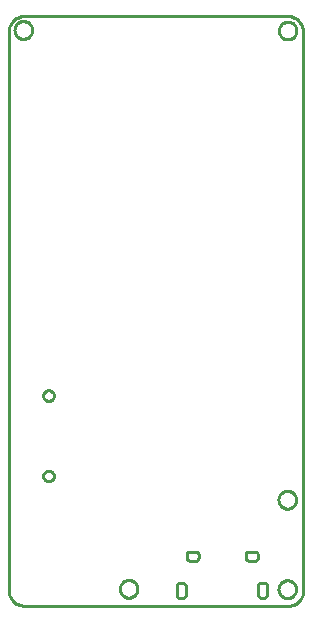
<source format=gbr>
G04 EAGLE Gerber RS-274X export*
G75*
%MOMM*%
%FSLAX34Y34*%
%LPD*%
%IN*%
%IPPOS*%
%AMOC8*
5,1,8,0,0,1.08239X$1,22.5*%
G01*
%ADD10C,0.254000*%


D10*
X66040Y-278130D02*
X66088Y-279237D01*
X66233Y-280335D01*
X66473Y-281417D01*
X66806Y-282474D01*
X67230Y-283497D01*
X67741Y-284480D01*
X68337Y-285414D01*
X69011Y-286293D01*
X69760Y-287110D01*
X70577Y-287859D01*
X71456Y-288533D01*
X72390Y-289129D01*
X73373Y-289640D01*
X74396Y-290064D01*
X75453Y-290397D01*
X76535Y-290637D01*
X77633Y-290782D01*
X78740Y-290830D01*
X302260Y-290830D01*
X303314Y-290839D01*
X304365Y-290757D01*
X305404Y-290583D01*
X306425Y-290320D01*
X307418Y-289968D01*
X308378Y-289531D01*
X309295Y-289012D01*
X310164Y-288416D01*
X310977Y-287745D01*
X311729Y-287007D01*
X312414Y-286205D01*
X313026Y-285347D01*
X313561Y-284439D01*
X314015Y-283488D01*
X314385Y-282501D01*
X314666Y-281485D01*
X314859Y-280449D01*
X314960Y-279400D01*
X314960Y195580D01*
X314912Y196687D01*
X314767Y197785D01*
X314527Y198867D01*
X314194Y199924D01*
X313770Y200947D01*
X313259Y201930D01*
X312663Y202864D01*
X311989Y203743D01*
X311240Y204560D01*
X310423Y205309D01*
X309544Y205983D01*
X308610Y206579D01*
X307627Y207090D01*
X306604Y207514D01*
X305547Y207847D01*
X304465Y208087D01*
X303367Y208232D01*
X302260Y208280D01*
X78740Y208280D01*
X77633Y208232D01*
X76535Y208087D01*
X75453Y207847D01*
X74396Y207514D01*
X73373Y207090D01*
X72390Y206579D01*
X71456Y205983D01*
X70577Y205309D01*
X69760Y204560D01*
X69011Y203743D01*
X68337Y202864D01*
X67741Y201930D01*
X67230Y200947D01*
X66806Y199924D01*
X66473Y198867D01*
X66233Y197785D01*
X66088Y196687D01*
X66040Y195580D01*
X66040Y-278130D01*
X277114Y-281432D02*
X277125Y-281676D01*
X277156Y-281917D01*
X277209Y-282155D01*
X277283Y-282388D01*
X277376Y-282613D01*
X277488Y-282829D01*
X277619Y-283035D01*
X277768Y-283228D01*
X277932Y-283408D01*
X278112Y-283572D01*
X278305Y-283721D01*
X278511Y-283852D01*
X278727Y-283964D01*
X278952Y-284058D01*
X279185Y-284131D01*
X279423Y-284184D01*
X279665Y-284215D01*
X279908Y-284226D01*
X281686Y-284226D01*
X281930Y-284215D01*
X282171Y-284184D01*
X282409Y-284131D01*
X282642Y-284058D01*
X282867Y-283964D01*
X283083Y-283852D01*
X283289Y-283721D01*
X283482Y-283572D01*
X283662Y-283408D01*
X283826Y-283228D01*
X283975Y-283035D01*
X284106Y-282829D01*
X284218Y-282613D01*
X284312Y-282388D01*
X284385Y-282155D01*
X284438Y-281917D01*
X284469Y-281676D01*
X284480Y-281432D01*
X284480Y-274066D01*
X284469Y-273823D01*
X284438Y-273581D01*
X284385Y-273343D01*
X284312Y-273110D01*
X284218Y-272885D01*
X284106Y-272669D01*
X283975Y-272463D01*
X283826Y-272270D01*
X283662Y-272090D01*
X283482Y-271926D01*
X283289Y-271777D01*
X283083Y-271646D01*
X282867Y-271534D01*
X282642Y-271441D01*
X282409Y-271367D01*
X282171Y-271314D01*
X281930Y-271283D01*
X281686Y-271272D01*
X279400Y-271272D01*
X279201Y-271281D01*
X279003Y-271307D01*
X278808Y-271350D01*
X278618Y-271410D01*
X278434Y-271486D01*
X278257Y-271578D01*
X278089Y-271685D01*
X277931Y-271807D01*
X277784Y-271942D01*
X277649Y-272089D01*
X277527Y-272247D01*
X277420Y-272415D01*
X277328Y-272592D01*
X277252Y-272776D01*
X277192Y-272966D01*
X277149Y-273161D01*
X277123Y-273359D01*
X277114Y-273558D01*
X277114Y-281432D01*
X266446Y-250190D02*
X266456Y-250411D01*
X266485Y-250631D01*
X266533Y-250847D01*
X266599Y-251059D01*
X266684Y-251263D01*
X266786Y-251460D01*
X266905Y-251647D01*
X267040Y-251823D01*
X267190Y-251986D01*
X267353Y-252136D01*
X267529Y-252271D01*
X267716Y-252390D01*
X267913Y-252492D01*
X268117Y-252577D01*
X268329Y-252643D01*
X268545Y-252691D01*
X268765Y-252720D01*
X268986Y-252730D01*
X274320Y-252730D01*
X274519Y-252721D01*
X274717Y-252695D01*
X274912Y-252652D01*
X275102Y-252592D01*
X275286Y-252516D01*
X275463Y-252424D01*
X275631Y-252317D01*
X275789Y-252195D01*
X275936Y-252060D01*
X276071Y-251913D01*
X276193Y-251755D01*
X276300Y-251587D01*
X276392Y-251410D01*
X276468Y-251226D01*
X276528Y-251036D01*
X276571Y-250841D01*
X276597Y-250643D01*
X276606Y-250444D01*
X276606Y-247396D01*
X276597Y-247197D01*
X276571Y-246999D01*
X276528Y-246804D01*
X276468Y-246614D01*
X276392Y-246430D01*
X276300Y-246253D01*
X276193Y-246085D01*
X276071Y-245927D01*
X275936Y-245780D01*
X275789Y-245645D01*
X275631Y-245523D01*
X275463Y-245416D01*
X275286Y-245324D01*
X275102Y-245248D01*
X274912Y-245188D01*
X274717Y-245145D01*
X274519Y-245119D01*
X274320Y-245110D01*
X268732Y-245110D01*
X268533Y-245119D01*
X268335Y-245145D01*
X268140Y-245188D01*
X267950Y-245248D01*
X267766Y-245324D01*
X267589Y-245416D01*
X267421Y-245523D01*
X267263Y-245645D01*
X267116Y-245780D01*
X266981Y-245927D01*
X266859Y-246085D01*
X266752Y-246253D01*
X266660Y-246430D01*
X266584Y-246614D01*
X266524Y-246804D01*
X266481Y-246999D01*
X266455Y-247197D01*
X266446Y-247396D01*
X266446Y-250190D01*
X216408Y-250190D02*
X216418Y-250411D01*
X216447Y-250631D01*
X216495Y-250847D01*
X216561Y-251059D01*
X216646Y-251263D01*
X216748Y-251460D01*
X216867Y-251647D01*
X217002Y-251823D01*
X217152Y-251986D01*
X217315Y-252136D01*
X217491Y-252271D01*
X217678Y-252390D01*
X217875Y-252492D01*
X218079Y-252577D01*
X218291Y-252643D01*
X218507Y-252691D01*
X218727Y-252720D01*
X218948Y-252730D01*
X224282Y-252730D01*
X224481Y-252721D01*
X224679Y-252695D01*
X224874Y-252652D01*
X225064Y-252592D01*
X225248Y-252516D01*
X225425Y-252424D01*
X225593Y-252317D01*
X225751Y-252195D01*
X225898Y-252060D01*
X226033Y-251913D01*
X226155Y-251755D01*
X226262Y-251587D01*
X226354Y-251410D01*
X226430Y-251226D01*
X226490Y-251036D01*
X226533Y-250841D01*
X226559Y-250643D01*
X226568Y-250444D01*
X226568Y-247396D01*
X226559Y-247197D01*
X226533Y-246999D01*
X226490Y-246804D01*
X226430Y-246614D01*
X226354Y-246430D01*
X226262Y-246253D01*
X226155Y-246085D01*
X226033Y-245927D01*
X225898Y-245780D01*
X225751Y-245645D01*
X225593Y-245523D01*
X225425Y-245416D01*
X225248Y-245324D01*
X225064Y-245248D01*
X224874Y-245188D01*
X224679Y-245145D01*
X224481Y-245119D01*
X224282Y-245110D01*
X218694Y-245110D01*
X218495Y-245119D01*
X218297Y-245145D01*
X218102Y-245188D01*
X217912Y-245248D01*
X217728Y-245324D01*
X217551Y-245416D01*
X217383Y-245523D01*
X217225Y-245645D01*
X217078Y-245780D01*
X216943Y-245927D01*
X216821Y-246085D01*
X216714Y-246253D01*
X216622Y-246430D01*
X216546Y-246614D01*
X216486Y-246804D01*
X216443Y-246999D01*
X216417Y-247197D01*
X216408Y-247396D01*
X216408Y-250190D01*
X208280Y-281686D02*
X208291Y-281930D01*
X208322Y-282171D01*
X208375Y-282409D01*
X208449Y-282642D01*
X208542Y-282867D01*
X208654Y-283083D01*
X208785Y-283289D01*
X208934Y-283482D01*
X209098Y-283662D01*
X209278Y-283826D01*
X209471Y-283975D01*
X209677Y-284106D01*
X209893Y-284218D01*
X210118Y-284312D01*
X210351Y-284385D01*
X210589Y-284438D01*
X210831Y-284469D01*
X211074Y-284480D01*
X212852Y-284480D01*
X213096Y-284469D01*
X213337Y-284438D01*
X213575Y-284385D01*
X213808Y-284312D01*
X214033Y-284218D01*
X214249Y-284106D01*
X214455Y-283975D01*
X214648Y-283826D01*
X214828Y-283662D01*
X214992Y-283482D01*
X215141Y-283289D01*
X215272Y-283083D01*
X215384Y-282867D01*
X215478Y-282642D01*
X215551Y-282409D01*
X215604Y-282171D01*
X215635Y-281930D01*
X215646Y-281686D01*
X215646Y-274320D01*
X215635Y-274077D01*
X215604Y-273835D01*
X215551Y-273597D01*
X215478Y-273364D01*
X215384Y-273139D01*
X215272Y-272923D01*
X215141Y-272717D01*
X214992Y-272524D01*
X214828Y-272344D01*
X214648Y-272180D01*
X214455Y-272031D01*
X214249Y-271900D01*
X214033Y-271788D01*
X213808Y-271695D01*
X213575Y-271621D01*
X213337Y-271568D01*
X213096Y-271537D01*
X212852Y-271526D01*
X210566Y-271526D01*
X210367Y-271535D01*
X210169Y-271561D01*
X209974Y-271604D01*
X209784Y-271664D01*
X209600Y-271740D01*
X209423Y-271832D01*
X209255Y-271939D01*
X209097Y-272061D01*
X208950Y-272196D01*
X208815Y-272343D01*
X208693Y-272501D01*
X208586Y-272669D01*
X208494Y-272846D01*
X208418Y-273030D01*
X208358Y-273220D01*
X208315Y-273415D01*
X208289Y-273613D01*
X208280Y-273812D01*
X208280Y-281686D01*
X309506Y195720D02*
X309434Y194986D01*
X309290Y194263D01*
X309076Y193558D01*
X308794Y192877D01*
X308447Y192228D01*
X308037Y191615D01*
X307570Y191045D01*
X307049Y190524D01*
X306479Y190057D01*
X305866Y189647D01*
X305217Y189300D01*
X304536Y189018D01*
X303831Y188804D01*
X303108Y188660D01*
X302374Y188588D01*
X301638Y188588D01*
X300904Y188660D01*
X300181Y188804D01*
X299476Y189018D01*
X298795Y189300D01*
X298146Y189647D01*
X297533Y190057D01*
X296963Y190524D01*
X296442Y191045D01*
X295975Y191615D01*
X295565Y192228D01*
X295218Y192877D01*
X294936Y193558D01*
X294722Y194263D01*
X294578Y194986D01*
X294506Y195720D01*
X294506Y196456D01*
X294578Y197190D01*
X294722Y197913D01*
X294936Y198618D01*
X295218Y199299D01*
X295565Y199948D01*
X295975Y200561D01*
X296442Y201131D01*
X296963Y201652D01*
X297533Y202119D01*
X298146Y202529D01*
X298795Y202876D01*
X299476Y203158D01*
X300181Y203372D01*
X300904Y203516D01*
X301638Y203588D01*
X302374Y203588D01*
X303108Y203516D01*
X303831Y203372D01*
X304536Y203158D01*
X305217Y202876D01*
X305866Y202529D01*
X306479Y202119D01*
X307049Y201652D01*
X307570Y201131D01*
X308037Y200561D01*
X308447Y199948D01*
X308794Y199299D01*
X309076Y198618D01*
X309290Y197913D01*
X309434Y197190D01*
X309506Y196456D01*
X309506Y195720D01*
X85732Y196228D02*
X85660Y195494D01*
X85516Y194771D01*
X85302Y194066D01*
X85020Y193385D01*
X84673Y192736D01*
X84263Y192123D01*
X83796Y191553D01*
X83275Y191032D01*
X82705Y190565D01*
X82092Y190155D01*
X81443Y189808D01*
X80762Y189526D01*
X80057Y189312D01*
X79334Y189168D01*
X78600Y189096D01*
X77864Y189096D01*
X77130Y189168D01*
X76407Y189312D01*
X75702Y189526D01*
X75021Y189808D01*
X74372Y190155D01*
X73759Y190565D01*
X73189Y191032D01*
X72668Y191553D01*
X72201Y192123D01*
X71791Y192736D01*
X71444Y193385D01*
X71162Y194066D01*
X70948Y194771D01*
X70804Y195494D01*
X70732Y196228D01*
X70732Y196964D01*
X70804Y197698D01*
X70948Y198421D01*
X71162Y199126D01*
X71444Y199807D01*
X71791Y200456D01*
X72201Y201069D01*
X72668Y201639D01*
X73189Y202160D01*
X73759Y202627D01*
X74372Y203037D01*
X75021Y203384D01*
X75702Y203666D01*
X76407Y203880D01*
X77130Y204024D01*
X77864Y204096D01*
X78600Y204096D01*
X79334Y204024D01*
X80057Y203880D01*
X80762Y203666D01*
X81443Y203384D01*
X82092Y203037D01*
X82705Y202627D01*
X83275Y202160D01*
X83796Y201639D01*
X84263Y201069D01*
X84673Y200456D01*
X85020Y199807D01*
X85302Y199126D01*
X85516Y198421D01*
X85660Y197698D01*
X85732Y196964D01*
X85732Y196228D01*
X309252Y-277228D02*
X309180Y-277962D01*
X309036Y-278685D01*
X308822Y-279390D01*
X308540Y-280071D01*
X308193Y-280720D01*
X307783Y-281333D01*
X307316Y-281903D01*
X306795Y-282424D01*
X306225Y-282891D01*
X305612Y-283301D01*
X304963Y-283648D01*
X304282Y-283930D01*
X303577Y-284144D01*
X302854Y-284288D01*
X302120Y-284360D01*
X301384Y-284360D01*
X300650Y-284288D01*
X299927Y-284144D01*
X299222Y-283930D01*
X298541Y-283648D01*
X297892Y-283301D01*
X297279Y-282891D01*
X296709Y-282424D01*
X296188Y-281903D01*
X295721Y-281333D01*
X295311Y-280720D01*
X294964Y-280071D01*
X294682Y-279390D01*
X294468Y-278685D01*
X294324Y-277962D01*
X294252Y-277228D01*
X294252Y-276492D01*
X294324Y-275758D01*
X294468Y-275035D01*
X294682Y-274330D01*
X294964Y-273649D01*
X295311Y-273000D01*
X295721Y-272387D01*
X296188Y-271817D01*
X296709Y-271296D01*
X297279Y-270829D01*
X297892Y-270419D01*
X298541Y-270072D01*
X299222Y-269790D01*
X299927Y-269576D01*
X300650Y-269432D01*
X301384Y-269360D01*
X302120Y-269360D01*
X302854Y-269432D01*
X303577Y-269576D01*
X304282Y-269790D01*
X304963Y-270072D01*
X305612Y-270419D01*
X306225Y-270829D01*
X306795Y-271296D01*
X307316Y-271817D01*
X307783Y-272387D01*
X308193Y-273000D01*
X308540Y-273649D01*
X308822Y-274330D01*
X309036Y-275035D01*
X309180Y-275758D01*
X309252Y-276492D01*
X309252Y-277228D01*
X174886Y-276974D02*
X174814Y-277708D01*
X174670Y-278431D01*
X174456Y-279136D01*
X174174Y-279817D01*
X173827Y-280466D01*
X173417Y-281079D01*
X172950Y-281649D01*
X172429Y-282170D01*
X171859Y-282637D01*
X171246Y-283047D01*
X170597Y-283394D01*
X169916Y-283676D01*
X169211Y-283890D01*
X168488Y-284034D01*
X167754Y-284106D01*
X167018Y-284106D01*
X166284Y-284034D01*
X165561Y-283890D01*
X164856Y-283676D01*
X164175Y-283394D01*
X163526Y-283047D01*
X162913Y-282637D01*
X162343Y-282170D01*
X161822Y-281649D01*
X161355Y-281079D01*
X160945Y-280466D01*
X160598Y-279817D01*
X160316Y-279136D01*
X160102Y-278431D01*
X159958Y-277708D01*
X159886Y-276974D01*
X159886Y-276238D01*
X159958Y-275504D01*
X160102Y-274781D01*
X160316Y-274076D01*
X160598Y-273395D01*
X160945Y-272746D01*
X161355Y-272133D01*
X161822Y-271563D01*
X162343Y-271042D01*
X162913Y-270575D01*
X163526Y-270165D01*
X164175Y-269818D01*
X164856Y-269536D01*
X165561Y-269322D01*
X166284Y-269178D01*
X167018Y-269106D01*
X167754Y-269106D01*
X168488Y-269178D01*
X169211Y-269322D01*
X169916Y-269536D01*
X170597Y-269818D01*
X171246Y-270165D01*
X171859Y-270575D01*
X172429Y-271042D01*
X172950Y-271563D01*
X173417Y-272133D01*
X173827Y-272746D01*
X174174Y-273395D01*
X174456Y-274076D01*
X174670Y-274781D01*
X174814Y-275504D01*
X174886Y-276238D01*
X174886Y-276974D01*
X309252Y-201536D02*
X309180Y-202270D01*
X309036Y-202993D01*
X308822Y-203698D01*
X308540Y-204379D01*
X308193Y-205028D01*
X307783Y-205641D01*
X307316Y-206211D01*
X306795Y-206732D01*
X306225Y-207199D01*
X305612Y-207609D01*
X304963Y-207956D01*
X304282Y-208238D01*
X303577Y-208452D01*
X302854Y-208596D01*
X302120Y-208668D01*
X301384Y-208668D01*
X300650Y-208596D01*
X299927Y-208452D01*
X299222Y-208238D01*
X298541Y-207956D01*
X297892Y-207609D01*
X297279Y-207199D01*
X296709Y-206732D01*
X296188Y-206211D01*
X295721Y-205641D01*
X295311Y-205028D01*
X294964Y-204379D01*
X294682Y-203698D01*
X294468Y-202993D01*
X294324Y-202270D01*
X294252Y-201536D01*
X294252Y-200800D01*
X294324Y-200066D01*
X294468Y-199343D01*
X294682Y-198638D01*
X294964Y-197957D01*
X295311Y-197308D01*
X295721Y-196695D01*
X296188Y-196125D01*
X296709Y-195604D01*
X297279Y-195137D01*
X297892Y-194727D01*
X298541Y-194380D01*
X299222Y-194098D01*
X299927Y-193884D01*
X300650Y-193740D01*
X301384Y-193668D01*
X302120Y-193668D01*
X302854Y-193740D01*
X303577Y-193884D01*
X304282Y-194098D01*
X304963Y-194380D01*
X305612Y-194727D01*
X306225Y-195137D01*
X306795Y-195604D01*
X307316Y-196125D01*
X307783Y-196695D01*
X308193Y-197308D01*
X308540Y-197957D01*
X308822Y-198638D01*
X309036Y-199343D01*
X309180Y-200066D01*
X309252Y-200800D01*
X309252Y-201536D01*
X99863Y-108566D02*
X100448Y-108643D01*
X101018Y-108796D01*
X101563Y-109021D01*
X102073Y-109316D01*
X102541Y-109675D01*
X102959Y-110093D01*
X103318Y-110561D01*
X103613Y-111071D01*
X103838Y-111616D01*
X103991Y-112186D01*
X104068Y-112771D01*
X104068Y-113361D01*
X103991Y-113946D01*
X103838Y-114516D01*
X103613Y-115061D01*
X103318Y-115571D01*
X102959Y-116039D01*
X102541Y-116457D01*
X102073Y-116816D01*
X101563Y-117111D01*
X101018Y-117336D01*
X100448Y-117489D01*
X99863Y-117566D01*
X99273Y-117566D01*
X98688Y-117489D01*
X98118Y-117336D01*
X97573Y-117111D01*
X97063Y-116816D01*
X96595Y-116457D01*
X96177Y-116039D01*
X95818Y-115571D01*
X95523Y-115061D01*
X95298Y-114516D01*
X95145Y-113946D01*
X95068Y-113361D01*
X95068Y-112771D01*
X95145Y-112186D01*
X95298Y-111616D01*
X95523Y-111071D01*
X95818Y-110561D01*
X96177Y-110093D01*
X96595Y-109675D01*
X97063Y-109316D01*
X97573Y-109021D01*
X98118Y-108796D01*
X98688Y-108643D01*
X99273Y-108566D01*
X99863Y-108566D01*
X99863Y-176566D02*
X100448Y-176643D01*
X101018Y-176796D01*
X101563Y-177021D01*
X102073Y-177316D01*
X102541Y-177675D01*
X102959Y-178093D01*
X103318Y-178561D01*
X103613Y-179071D01*
X103838Y-179616D01*
X103991Y-180186D01*
X104068Y-180771D01*
X104068Y-181361D01*
X103991Y-181946D01*
X103838Y-182516D01*
X103613Y-183061D01*
X103318Y-183571D01*
X102959Y-184039D01*
X102541Y-184457D01*
X102073Y-184816D01*
X101563Y-185111D01*
X101018Y-185336D01*
X100448Y-185489D01*
X99863Y-185566D01*
X99273Y-185566D01*
X98688Y-185489D01*
X98118Y-185336D01*
X97573Y-185111D01*
X97063Y-184816D01*
X96595Y-184457D01*
X96177Y-184039D01*
X95818Y-183571D01*
X95523Y-183061D01*
X95298Y-182516D01*
X95145Y-181946D01*
X95068Y-181361D01*
X95068Y-180771D01*
X95145Y-180186D01*
X95298Y-179616D01*
X95523Y-179071D01*
X95818Y-178561D01*
X96177Y-178093D01*
X96595Y-177675D01*
X97063Y-177316D01*
X97573Y-177021D01*
X98118Y-176796D01*
X98688Y-176643D01*
X99273Y-176566D01*
X99863Y-176566D01*
M02*

</source>
